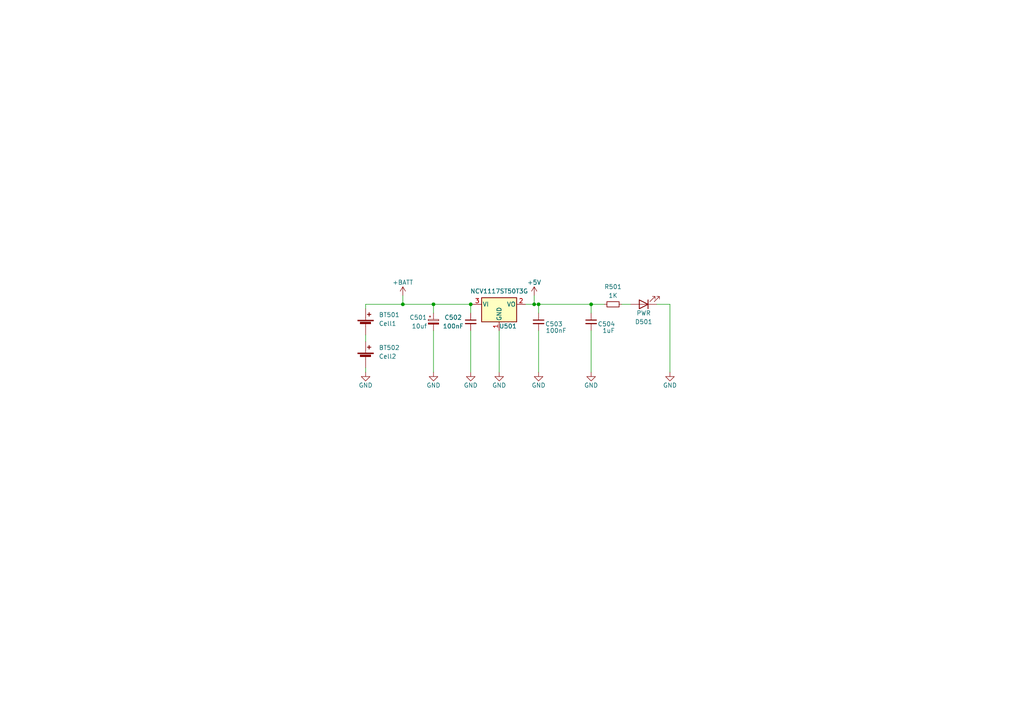
<source format=kicad_sch>
(kicad_sch (version 20211123) (generator eeschema)
  (paper "A4")
  (title_block (title "Inverted Pendulum Controller") (date "${ISSUE}") (rev "${REVISION}") (company "SNHU") (comment 4 "Release: ${FULL_REVISION}"))
  (lib_symbols
    (symbol "Device:Battery_Cell" (pin_numbers hide) (pin_names (offset 0) hide)
      (property "Reference" "BT" (at 2.54 2.54 0))
      (property "Value" "Battery_Cell" (at 2.54 0 0))
      (symbol "Battery_Cell_0_1"
        (rectangle (start -2.286 1.778) (end 2.286 1.524) (fill (type outline)))
        (rectangle (start -1.5748 1.1938) (end 1.4732 0.6858) (fill (type outline)))
        (polyline (pts (xy 0 0.762) (xy 0 0)))
        (polyline (pts (xy 0 1.778) (xy 0 2.54)))
        (polyline (pts (xy 0.508 3.429) (xy 1.524 3.429)) (stroke (width 0.254)))
        (polyline (pts (xy 1.016 3.937) (xy 1.016 2.921)) (stroke (width 0.254)))
      )
      (symbol "Battery_Cell_1_1"
        (pin passive line (at 0 5.08 270) (length 2.54) (name "+") (number "1"))
        (pin passive line (at 0 -2.54 90) (length 2.54) (name "-") (number "2"))
      )
    )
    (symbol "Device:C_Polarized_Small" (pin_numbers hide) (pin_names (offset 0.254) hide)
      (property "Reference" "C" (at 0.254 1.778 0))
      (property "Value" "C_Polarized_Small" (at 0.254 -2.032 0))
      (symbol "C_Polarized_Small_0_1"
        (rectangle (start -1.524 -0.3048) (end 1.524 -0.6858) (fill (type outline)))
        (rectangle (start -1.524 0.6858) (end 1.524 0.3048))
        (polyline (pts (xy -1.27 1.524) (xy -0.762 1.524)))
        (polyline (pts (xy -1.016 1.27) (xy -1.016 1.778)))
      )
      (symbol "C_Polarized_Small_1_1"
        (pin passive line (at 0 2.54 270) (length 1.8542) (name "~") (number "1"))
        (pin passive line (at 0 -2.54 90) (length 1.8542) (name "~") (number "2"))
      )
    )
    (symbol "Device:C_Small" (pin_numbers hide) (pin_names (offset 0.254) hide)
      (property "Reference" "C" (at 0.254 1.778 0))
      (property "Value" "C_Small" (at 0.254 -2.032 0))
      (symbol "C_Small_0_1"
        (polyline (pts (xy -1.524 -0.508) (xy 1.524 -0.508)) (stroke (width 0.3302)))
        (polyline (pts (xy -1.524 0.508) (xy 1.524 0.508)) (stroke (width 0.3048)))
      )
      (symbol "C_Small_1_1"
        (pin passive line (at 0 2.54 270) (length 2.032) (name "~") (number "1"))
        (pin passive line (at 0 -2.54 90) (length 2.032) (name "~") (number "2"))
      )
    )
    (symbol "Device:LED" (pin_numbers hide) (pin_names (offset 1.016) hide)
      (property "Reference" "D" (at 0 2.54 0))
      (property "Value" "LED" (at 0 -2.54 0))
      (symbol "LED_0_1"
        (polyline (pts (xy -1.27 -1.27) (xy -1.27 1.27)) (stroke (width 0.254)))
        (polyline (pts (xy -1.27 0) (xy 1.27 0)))
        (polyline (pts (xy 1.27 -1.27) (xy 1.27 1.27) (xy -1.27 0) (xy 1.27 -1.27)) (stroke (width 0.254)))
        (polyline (pts (xy -3.048 -0.762) (xy -4.572 -2.286) (xy -3.81 -2.286) (xy -4.572 -2.286) (xy -4.572 -1.524)))
        (polyline (pts (xy -1.778 -0.762) (xy -3.302 -2.286) (xy -2.54 -2.286) (xy -3.302 -2.286) (xy -3.302 -1.524)))
      )
      (symbol "LED_1_1"
        (pin passive line (at -3.81 0 0) (length 2.54) (name "K") (number "1"))
        (pin passive line (at 3.81 0 180) (length 2.54) (name "A") (number "2"))
      )
    )
    (symbol "Device:R_Small" (pin_numbers hide) (pin_names (offset 0.254) hide)
      (property "Reference" "R" (at 0.762 0.508 0))
      (property "Value" "R_Small" (at 0.762 -1.016 0))
      (symbol "R_Small_0_1"
        (rectangle (start -0.762 1.778) (end 0.762 -1.778) (stroke (width 0.2032)))
      )
      (symbol "R_Small_1_1"
        (pin passive line (at 0 2.54 270) (length 0.762) (name "~") (number "1"))
        (pin passive line (at 0 -2.54 90) (length 0.762) (name "~") (number "2"))
      )
    )
    (symbol "GND_1" (power) (pin_names (offset 0))
      (property "Value" "GND_1" (at 0 -3.81 0))
      (symbol "GND_1_0_1"
        (polyline (pts (xy 0 0) (xy 0 -1.27) (xy 1.27 -1.27) (xy 0 -2.54) (xy -1.27 -1.27) (xy 0 -1.27)))
      )
      (symbol "GND_1_1_1"
        (pin power_in line (at 0 0 270) (length 0) hide (name "GND") (number "1"))
      )
    )
    (symbol "GND_2" (power) (pin_names (offset 0))
      (property "Value" "GND_2" (at 0 -3.81 0))
      (symbol "GND_2_0_1"
        (polyline (pts (xy 0 0) (xy 0 -1.27) (xy 1.27 -1.27) (xy 0 -2.54) (xy -1.27 -1.27) (xy 0 -1.27)))
      )
      (symbol "GND_2_1_1"
        (pin power_in line (at 0 0 270) (length 0) hide (name "GND") (number "1"))
      )
    )
    (symbol "GND_3" (power) (pin_names (offset 0))
      (property "Value" "GND_3" (at 0 -3.81 0))
      (symbol "GND_3_0_1"
        (polyline (pts (xy 0 0) (xy 0 -1.27) (xy 1.27 -1.27) (xy 0 -2.54) (xy -1.27 -1.27) (xy 0 -1.27)))
      )
      (symbol "GND_3_1_1"
        (pin power_in line (at 0 0 270) (length 0) hide (name "GND") (number "1"))
      )
    )
    (symbol "GND_4" (power) (pin_names (offset 0))
      (property "Value" "GND_4" (at 0 -3.81 0))
      (symbol "GND_4_0_1"
        (polyline (pts (xy 0 0) (xy 0 -1.27) (xy 1.27 -1.27) (xy 0 -2.54) (xy -1.27 -1.27) (xy 0 -1.27)))
      )
      (symbol "GND_4_1_1"
        (pin power_in line (at 0 0 270) (length 0) hide (name "GND") (number "1"))
      )
    )
    (symbol "GND_5" (power) (pin_names (offset 0))
      (property "Value" "GND_5" (at 0 -3.81 0))
      (symbol "GND_5_0_1"
        (polyline (pts (xy 0 0) (xy 0 -1.27) (xy 1.27 -1.27) (xy 0 -2.54) (xy -1.27 -1.27) (xy 0 -1.27)))
      )
      (symbol "GND_5_1_1"
        (pin power_in line (at 0 0 270) (length 0) hide (name "GND") (number "1"))
      )
    )
    (symbol "GND_6" (power) (pin_names (offset 0))
      (property "Value" "GND_6" (at 0 -3.81 0))
      (symbol "GND_6_0_1"
        (polyline (pts (xy 0 0) (xy 0 -1.27) (xy 1.27 -1.27) (xy 0 -2.54) (xy -1.27 -1.27) (xy 0 -1.27)))
      )
      (symbol "GND_6_1_1"
        (pin power_in line (at 0 0 270) (length 0) hide (name "GND") (number "1"))
      )
    )
    (symbol "Regulator_Linear:LM1117-5.0" (pin_names (offset 0.254))
      (property "Reference" "U" (at -3.81 3.175 0))
      (property "Value" "LM1117-5.0" (at 0 3.175 0))
      (symbol "LM1117-5.0_0_1"
        (rectangle (start -5.08 -5.08) (end 5.08 1.905) (stroke (width 0.254)) (fill (type background)))
      )
      (symbol "LM1117-5.0_1_1"
        (pin power_in line (at 0 -7.62 90) (length 2.54) (name "GND") (number "1"))
        (pin power_out line (at 7.62 0 180) (length 2.54) (name "VO") (number "2"))
        (pin power_in line (at -7.62 0 0) (length 2.54) (name "VI") (number "3"))
      )
    )
    (symbol "power:+5V" (power) (pin_names (offset 0))
      (property "Value" "+5V" (at 0 3.556 0))
      (symbol "+5V_0_1"
        (polyline (pts (xy -0.762 1.27) (xy 0 2.54)))
        (polyline (pts (xy 0 0) (xy 0 2.54)))
        (polyline (pts (xy 0 2.54) (xy 0.762 1.27)))
      )
      (symbol "+5V_1_1"
        (pin power_in line (at 0 0 90) (length 0) hide (name "+5V") (number "1"))
      )
    )
    (symbol "power:+BATT" (power) (pin_names (offset 0))
      (property "Value" "+BATT" (at 0 3.556 0))
      (symbol "+BATT_0_1"
        (polyline (pts (xy -0.762 1.27) (xy 0 2.54)))
        (polyline (pts (xy 0 0) (xy 0 2.54)))
        (polyline (pts (xy 0 2.54) (xy 0.762 1.27)))
      )
      (symbol "+BATT_1_1"
        (pin power_in line (at 0 0 90) (length 0) hide (name "+BATT") (number "1"))
      )
    )
    (symbol "power:GND" (power) (pin_names (offset 0))
      (property "Value" "GND" (at 0 -3.81 0))
      (symbol "GND_0_1"
        (polyline (pts (xy 0 0) (xy 0 -1.27) (xy 1.27 -1.27) (xy 0 -2.54) (xy -1.27 -1.27) (xy 0 -1.27)))
      )
      (symbol "GND_1_1"
        (pin power_in line (at 0 0 270) (length 0) hide (name "GND") (number "1"))
      )
    )
  )
  (junction (at 171.45 88.265))
  (junction (at 156.21 88.265))
  (junction (at 116.84 88.265))
  (junction (at 136.525 88.265))
  (junction (at 125.73 88.265))
  (junction (at 154.94 88.265))
  (wire (pts (xy 106.045 88.265) (xy 116.84 88.265)))
  (wire (pts (xy 106.045 107.95) (xy 106.045 106.68)))
  (wire (pts (xy 136.525 95.885) (xy 136.525 107.95)))
  (wire (pts (xy 125.73 88.265) (xy 136.525 88.265)))
  (wire (pts (xy 154.94 88.265) (xy 152.4 88.265)))
  (wire (pts (xy 125.73 107.95) (xy 125.73 95.885)))
  (wire (pts (xy 154.94 85.725) (xy 154.94 88.265)))
  (wire (pts (xy 194.31 88.265) (xy 194.31 107.95)))
  (wire (pts (xy 106.045 88.265) (xy 106.045 89.535)))
  (wire (pts (xy 171.45 107.95) (xy 171.45 95.885)))
  (wire (pts (xy 156.21 88.265) (xy 154.94 88.265)))
  (wire (pts (xy 156.21 88.265) (xy 171.45 88.265)))
  (wire (pts (xy 116.84 88.265) (xy 125.73 88.265)))
  (wire (pts (xy 190.5 88.265) (xy 194.31 88.265)))
  (wire (pts (xy 144.78 95.885) (xy 144.78 107.95)))
  (wire (pts (xy 136.525 88.265) (xy 137.16 88.265)))
  (wire (pts (xy 171.45 88.265) (xy 171.45 90.805)))
  (wire (pts (xy 136.525 88.265) (xy 136.525 90.805)))
  (wire (pts (xy 180.34 88.265) (xy 182.88 88.265)))
  (wire (pts (xy 106.045 97.155) (xy 106.045 99.06)))
  (wire (pts (xy 156.21 88.265) (xy 156.21 90.805)))
  (wire (pts (xy 125.73 88.265) (xy 125.73 90.805)))
  (wire (pts (xy 171.45 88.265) (xy 175.26 88.265)))
  (wire (pts (xy 156.21 95.885) (xy 156.21 107.95)))
  (wire (pts (xy 116.84 85.725) (xy 116.84 88.265)))
  (symbol (lib_name "GND_1") (lib_id "power:GND") (at 144.78 107.95 0) (unit 1)
    (property "Reference" "#PWR0505" (effects hide))
    (property "Value" "GND" (at 144.78 111.76 0))
  )
  (symbol (lib_id "power:+BATT") (at 116.84 85.725 0) (unit 1)
    (property "Reference" "#PWR0502" (effects hide))
    (property "Value" "+BATT" (at 116.84 81.915 0))
  )
  (symbol (lib_id "Device:C_Small") (at 156.21 93.345 0) (unit 1)
    (property "Reference" "C503" (at 160.655 93.98 0))
    (property "Value" "100nF" (at 161.29 95.885 0))
    (property "Footprint" "Capacitor_SMD:C_0805_2012Metric" (effects hide))
  )
  (symbol (lib_name "GND_5") (lib_id "power:GND") (at 156.21 107.95 0) (unit 1)
    (property "Reference" "#PWR0507" (effects hide))
    (property "Value" "GND" (at 156.21 111.76 0))
  )
  (symbol (lib_name "GND_3") (lib_id "power:GND") (at 136.525 107.95 0) (unit 1)
    (property "Reference" "#PWR0504" (effects hide))
    (property "Value" "GND" (at 136.525 111.76 0))
  )
  (symbol (lib_id "Device:C_Small") (at 171.45 93.345 0) (unit 1)
    (property "Reference" "C504" (at 175.895 93.98 0))
    (property "Value" "1uF" (at 176.53 95.885 0))
    (property "Footprint" "Capacitor_SMD:C_0805_2012Metric" (effects hide))
  )
  (symbol (lib_name "GND_2") (lib_id "power:GND") (at 106.045 107.95 0) (unit 1)
    (property "Reference" "#PWR0501" (effects hide))
    (property "Value" "GND" (at 106.045 111.76 0))
  )
  (symbol (lib_id "Device:R_Small") (at 177.8 88.265 90) (unit 1)
    (property "Reference" "R501" (at 177.8 83.185 90))
    (property "Value" "1K" (at 177.8 85.725 90))
    (property "Footprint" "Resistor_SMD:R_0805_2012Metric" (effects hide))
  )
  (symbol (lib_id "power:GND") (at 194.31 107.95 0) (unit 1)
    (property "Reference" "#PWR0509" (effects hide))
    (property "Value" "GND" (at 194.31 111.76 0))
  )
  (symbol (lib_id "Device:LED") (at 186.69 88.265 180) (unit 1)
    (property "Reference" "D501" (at 186.69 93.345 0))
    (property "Value" "PWR" (at 186.69 90.805 0))
    (property "Footprint" "LED_SMD:LED_0805_2012Metric" (effects hide))
  )
  (symbol (lib_name "GND_4") (lib_id "power:GND") (at 125.73 107.95 0) (unit 1)
    (property "Reference" "#PWR0503" (effects hide))
    (property "Value" "GND" (at 125.73 111.76 0))
  )
  (symbol (lib_id "Regulator_Linear:LM1117-5.0") (at 144.78 88.265 0) (unit 1)
    (property "Reference" "U501" (at 147.32 94.615 0))
    (property "Value" "NCV1117ST50T3G" (at 144.78 84.455 0))
    (property "Footprint" "Package_TO_SOT_SMD:SOT-223" (effects hide))
    (property "Datasheet" "http://www.ti.com/lit/ds/symlink/lm1117.pdf" (effects hide))
  )
  (symbol (lib_id "Device:Battery_Cell") (at 106.045 104.14 0) (unit 1)
    (property "Reference" "BT502" (at 109.855 100.8379 0) (effects (justify left)))
    (property "Value" "Cell2" (at 109.855 103.3779 0) (effects (justify left)))
    (property "Footprint" "Battery:BatteryHolder_MPD_BH-18650-PC2" (effects hide))
  )
  (symbol (lib_id "Device:C_Small") (at 136.525 93.345 0) (unit 1)
    (property "Reference" "C502" (at 131.445 92.075 0))
    (property "Value" "100nF" (at 131.445 94.615 0))
    (property "Footprint" "Capacitor_SMD:C_0805_2012Metric" (effects hide))
  )
  (symbol (lib_id "power:+5V") (at 154.94 85.725 0) (unit 1)
    (property "Reference" "#PWR0506" (effects hide))
    (property "Value" "+5V" (at 154.94 81.915 0))
  )
  (symbol (lib_name "GND_6") (lib_id "power:GND") (at 171.45 107.95 0) (unit 1)
    (property "Reference" "#PWR0508" (effects hide))
    (property "Value" "GND" (at 171.45 111.76 0))
  )
  (symbol (lib_id "Device:Battery_Cell") (at 106.045 94.615 0) (unit 1)
    (property "Reference" "BT501" (at 109.855 91.3129 0) (effects (justify left)))
    (property "Value" "Cell1" (at 109.855 93.8529 0) (effects (justify left)))
    (property "Footprint" "Battery:BatteryHolder_MPD_BH-18650-PC2" (effects hide))
  )
  (symbol (lib_id "Device:C_Polarized_Small") (at 125.73 93.345 0) (unit 1)
    (property "Reference" "C501" (at 118.745 92.075 0) (effects (justify left)))
    (property "Value" "10uf" (at 119.38 94.615 0) (effects (justify left)))
    (property "Footprint" "Capacitor_SMD:CP_Elec_4x3" (effects hide))
  )
)
</source>
